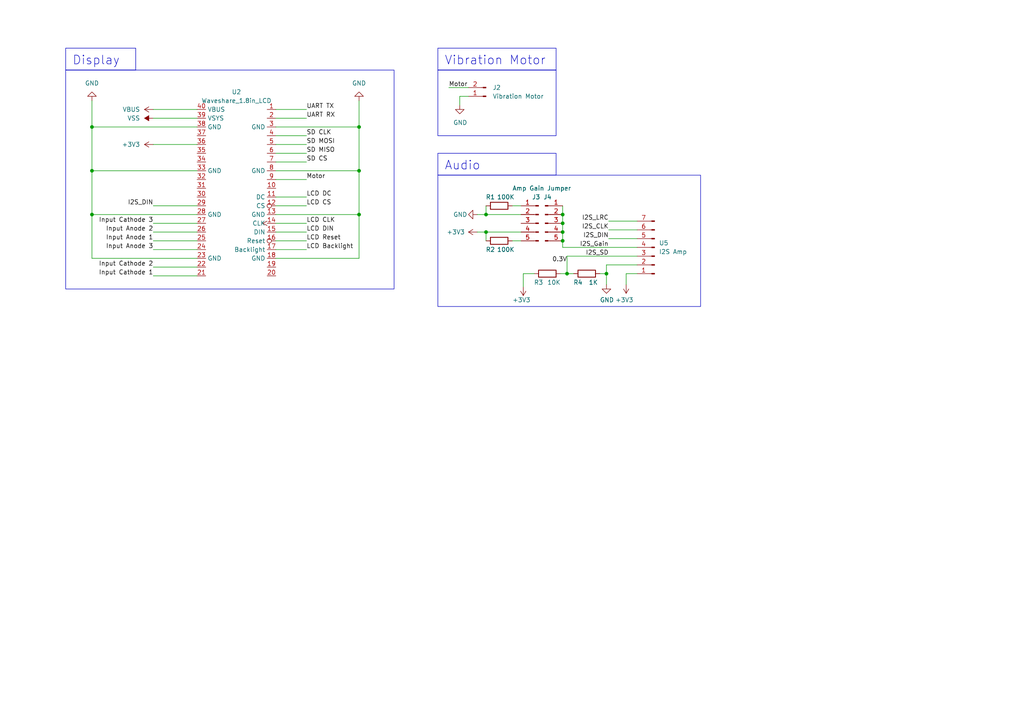
<source format=kicad_sch>
(kicad_sch (version 20230121) (generator eeschema)
  (paper "A4")
  (lib_symbols
    (symbol "Connector:Conn_01x02_Male" (pin_names (offset 1.016) hide)
      (property "Reference" "J" (at 0 2.54 0))
      (property "Value" "Conn_01x02_Male" (at 0 -5.08 0))
      (symbol "Conn_01x02_Male_1_1"
        (polyline (pts (xy 1.27 -2.54) (xy 0.8636 -2.54)) (stroke (width 0.1524)))
        (polyline (pts (xy 1.27 0) (xy 0.8636 0)) (stroke (width 0.1524)))
        (rectangle (start 0.8636 -2.413) (end 0 -2.667) (stroke (width 0.1524)) (fill (type outline)))
        (rectangle (start 0.8636 0.127) (end 0 -0.127) (stroke (width 0.1524)) (fill (type outline)))
        (pin passive line (at 5.08 0 180) (length 3.81) (name "Pin_1") (number "1"))
        (pin passive line (at 5.08 -2.54 180) (length 3.81) (name "Pin_2") (number "2"))
      )
    )
    (symbol "Connector:Conn_01x05_Male" (pin_names (offset 1.016) hide)
      (property "Reference" "J" (at 0 7.62 0))
      (property "Value" "Conn_01x05_Male" (at 0 -7.62 0))
      (symbol "Conn_01x05_Male_1_1"
        (polyline (pts (xy 1.27 -5.08) (xy 0.8636 -5.08)) (stroke (width 0.1524)))
        (polyline (pts (xy 1.27 -2.54) (xy 0.8636 -2.54)) (stroke (width 0.1524)))
        (polyline (pts (xy 1.27 0) (xy 0.8636 0)) (stroke (width 0.1524)))
        (polyline (pts (xy 1.27 2.54) (xy 0.8636 2.54)) (stroke (width 0.1524)))
        (polyline (pts (xy 1.27 5.08) (xy 0.8636 5.08)) (stroke (width 0.1524)))
        (rectangle (start 0.8636 -4.953) (end 0 -5.207) (stroke (width 0.1524)) (fill (type outline)))
        (rectangle (start 0.8636 -2.413) (end 0 -2.667) (stroke (width 0.1524)) (fill (type outline)))
        (rectangle (start 0.8636 0.127) (end 0 -0.127) (stroke (width 0.1524)) (fill (type outline)))
        (rectangle (start 0.8636 2.667) (end 0 2.413) (stroke (width 0.1524)) (fill (type outline)))
        (rectangle (start 0.8636 5.207) (end 0 4.953) (stroke (width 0.1524)) (fill (type outline)))
        (pin passive line (at 5.08 5.08 180) (length 3.81) (name "Pin_1") (number "1"))
        (pin passive line (at 5.08 2.54 180) (length 3.81) (name "Pin_2") (number "2"))
        (pin passive line (at 5.08 0 180) (length 3.81) (name "Pin_3") (number "3"))
        (pin passive line (at 5.08 -2.54 180) (length 3.81) (name "Pin_4") (number "4"))
        (pin passive line (at 5.08 -5.08 180) (length 3.81) (name "Pin_5") (number "5"))
      )
    )
    (symbol "Connector:Conn_01x07_Male" (pin_names (offset 1.016) hide)
      (property "Reference" "J" (at 0 10.16 0))
      (property "Value" "Conn_01x07_Male" (at 0 -10.16 0))
      (symbol "Conn_01x07_Male_1_1"
        (polyline (pts (xy 1.27 -7.62) (xy 0.8636 -7.62)) (stroke (width 0.1524)))
        (polyline (pts (xy 1.27 -5.08) (xy 0.8636 -5.08)) (stroke (width 0.1524)))
        (polyline (pts (xy 1.27 -2.54) (xy 0.8636 -2.54)) (stroke (width 0.1524)))
        (polyline (pts (xy 1.27 0) (xy 0.8636 0)) (stroke (width 0.1524)))
        (polyline (pts (xy 1.27 2.54) (xy 0.8636 2.54)) (stroke (width 0.1524)))
        (polyline (pts (xy 1.27 5.08) (xy 0.8636 5.08)) (stroke (width 0.1524)))
        (polyline (pts (xy 1.27 7.62) (xy 0.8636 7.62)) (stroke (width 0.1524)))
        (rectangle (start 0.8636 -7.493) (end 0 -7.747) (stroke (width 0.1524)) (fill (type outline)))
        (rectangle (start 0.8636 -4.953) (end 0 -5.207) (stroke (width 0.1524)) (fill (type outline)))
        (rectangle (start 0.8636 -2.413) (end 0 -2.667) (stroke (width 0.1524)) (fill (type outline)))
        (rectangle (start 0.8636 0.127) (end 0 -0.127) (stroke (width 0.1524)) (fill (type outline)))
        (rectangle (start 0.8636 2.667) (end 0 2.413) (stroke (width 0.1524)) (fill (type outline)))
        (rectangle (start 0.8636 5.207) (end 0 4.953) (stroke (width 0.1524)) (fill (type outline)))
        (rectangle (start 0.8636 7.747) (end 0 7.493) (stroke (width 0.1524)) (fill (type outline)))
        (pin passive line (at 5.08 7.62 180) (length 3.81) (name "Pin_1") (number "1"))
        (pin passive line (at 5.08 5.08 180) (length 3.81) (name "Pin_2") (number "2"))
        (pin passive line (at 5.08 2.54 180) (length 3.81) (name "Pin_3") (number "3"))
        (pin passive line (at 5.08 0 180) (length 3.81) (name "Pin_4") (number "4"))
        (pin passive line (at 5.08 -2.54 180) (length 3.81) (name "Pin_5") (number "5"))
        (pin passive line (at 5.08 -5.08 180) (length 3.81) (name "Pin_6") (number "6"))
        (pin passive line (at 5.08 -7.62 180) (length 3.81) (name "Pin_7") (number "7"))
      )
    )
    (symbol "Device:R" (pin_numbers hide) (pin_names (offset 0))
      (property "Reference" "R" (at 2.032 0 90))
      (property "Value" "R" (at 0 0 90))
      (symbol "R_0_1"
        (rectangle (start -1.016 -2.54) (end 1.016 2.54) (stroke (width 0.254)))
      )
      (symbol "R_1_1"
        (pin passive line (at 0 3.81 270) (length 1.27) (name "~") (number "1"))
        (pin passive line (at 0 -3.81 90) (length 1.27) (name "~") (number "2"))
      )
    )
    (symbol "PICOnsole:Waveshare_1.8in_LCD"
      (property "Reference" "U2" (at 0 16.51 0))
      (property "Value" "Waveshare_1.8in_LCD" (at 0 13.97 0))
      (symbol "Waveshare_1.8in_LCD_0_0"
        (pin free line (at -11.43 11.43 0) (length 2.54) (name "") (number "1"))
        (pin free line (at -11.43 -11.43 0) (length 2.54) (name "") (number "10"))
        (pin input line (at -11.43 -13.97 0) (length 2.54) (name "DC") (number "11"))
        (pin input inverted (at -11.43 -16.51 0) (length 2.54) (name "CS") (number "12"))
        (pin power_in line (at -11.43 -19.05 0) (length 2.54) (name "GND") (number "13"))
        (pin input clock (at -11.43 -21.59 0) (length 2.54) (name "CLK") (number "14"))
        (pin input line (at -11.43 -24.13 0) (length 2.54) (name "DIN") (number "15"))
        (pin input inverted (at -11.43 -26.67 0) (length 2.54) (name "Reset") (number "16"))
        (pin input line (at -11.43 -29.21 0) (length 2.54) (name "Backlight") (number "17"))
        (pin power_in line (at -11.43 -31.75 0) (length 2.54) (name "GND") (number "18"))
        (pin free line (at -11.43 -34.29 0) (length 2.54) (name "") (number "19"))
        (pin free line (at -11.43 8.89 0) (length 2.54) (name "") (number "2"))
        (pin free line (at -11.43 -36.83 0) (length 2.54) (name "") (number "20"))
        (pin free line (at 11.43 -36.83 180) (length 2.54) (name "") (number "21"))
        (pin free line (at 11.43 -34.29 180) (length 2.54) (name "") (number "22"))
        (pin power_in line (at 11.43 -31.75 180) (length 2.54) (name "GND") (number "23"))
        (pin free line (at 11.43 -29.21 180) (length 2.54) (name "") (number "24"))
        (pin free line (at 11.43 -26.67 180) (length 2.54) (name "") (number "25"))
        (pin free line (at 11.43 -24.13 180) (length 2.54) (name "") (number "26"))
        (pin free line (at 11.43 -21.59 180) (length 2.54) (name "") (number "27"))
        (pin power_in line (at 11.43 -19.05 180) (length 2.54) (name "GND") (number "28"))
        (pin free line (at 11.43 -16.51 180) (length 2.54) (name "") (number "29"))
        (pin power_in line (at -11.43 6.35 0) (length 2.54) (name "GND") (number "3"))
        (pin free line (at 11.43 -13.97 180) (length 2.54) (name "") (number "30"))
        (pin free line (at 11.43 -11.43 180) (length 2.54) (name "") (number "31"))
        (pin free line (at 11.43 -8.89 180) (length 2.54) (name "") (number "32"))
        (pin power_in line (at 11.43 -6.35 180) (length 2.54) (name "GND") (number "33"))
        (pin free line (at 11.43 -3.81 180) (length 2.54) (name "") (number "34"))
        (pin free line (at 11.43 -1.27 180) (length 2.54) (name "") (number "35"))
        (pin free line (at 11.43 1.27 180) (length 2.54) (name "") (number "36"))
        (pin free line (at 11.43 3.81 180) (length 2.54) (name "") (number "37"))
        (pin power_in line (at 11.43 6.35 180) (length 2.54) (name "GND") (number "38"))
        (pin power_in line (at 11.43 8.89 180) (length 2.54) (name "VSYS") (number "39"))
        (pin free line (at -11.43 3.81 0) (length 2.54) (name "") (number "4"))
        (pin power_in line (at 11.43 11.43 180) (length 2.54) (name "VBUS") (number "40"))
        (pin free line (at -11.43 1.27 0) (length 2.54) (name "") (number "5"))
        (pin free line (at -11.43 -1.27 0) (length 2.54) (name "") (number "6"))
        (pin free line (at -11.43 -3.81 0) (length 2.54) (name "") (number "7"))
        (pin power_in line (at -11.43 -6.35 0) (length 2.54) (name "GND") (number "8"))
        (pin free line (at -11.43 -8.89 0) (length 2.54) (name "") (number "9"))
      )
    )
    (symbol "power:+3.3V" (power) (pin_names (offset 0))
      (property "Value" "+3.3V" (at 0 3.556 0))
      (symbol "+3.3V_0_1"
        (polyline (pts (xy -0.762 1.27) (xy 0 2.54)))
        (polyline (pts (xy 0 0) (xy 0 2.54)))
        (polyline (pts (xy 0 2.54) (xy 0.762 1.27)))
      )
      (symbol "+3.3V_1_1"
        (pin power_in line (at 0 0 90) (length 0) hide (name "+3V3") (number "1"))
      )
    )
    (symbol "power:GND" (power) (pin_names (offset 0))
      (property "Value" "GND" (at 0 -3.81 0))
      (symbol "GND_0_1"
        (polyline (pts (xy 0 0) (xy 0 -1.27) (xy 1.27 -1.27) (xy 0 -2.54) (xy -1.27 -1.27) (xy 0 -1.27)))
      )
      (symbol "GND_1_1"
        (pin power_in line (at 0 0 270) (length 0) hide (name "GND") (number "1"))
      )
    )
    (symbol "power:VBUS" (power) (pin_names (offset 0))
      (property "Value" "VBUS" (at 0 3.81 0))
      (symbol "VBUS_0_1"
        (polyline (pts (xy -0.762 1.27) (xy 0 2.54)))
        (polyline (pts (xy 0 0) (xy 0 2.54)))
        (polyline (pts (xy 0 2.54) (xy 0.762 1.27)))
      )
      (symbol "VBUS_1_1"
        (pin power_in line (at 0 0 90) (length 0) hide (name "VBUS") (number "1"))
      )
    )
    (symbol "power:VSS" (power) (pin_names (offset 0))
      (property "Value" "VSS" (at 0 3.81 0))
      (symbol "VSS_0_1"
        (polyline (pts (xy 0 0) (xy 0 2.54)))
        (polyline (pts (xy 0.762 1.27) (xy -0.762 1.27) (xy 0 2.54) (xy 0.762 1.27)) (fill (type outline)))
      )
      (symbol "VSS_1_1"
        (pin power_in line (at 0 0 90) (length 0) hide (name "VSS") (number "1"))
      )
    )
  )
  (junction (at 175.895 79.375))
  (junction (at 163.195 69.85))
  (junction (at 26.67 36.83))
  (junction (at 104.14 36.83))
  (junction (at 104.14 62.23))
  (junction (at 163.195 62.23))
  (junction (at 164.465 79.375))
  (junction (at 163.195 64.77))
  (junction (at 140.97 62.23))
  (junction (at 163.195 67.31))
  (junction (at 104.14 49.53))
  (junction (at 26.67 49.53))
  (junction (at 26.67 62.23))
  (junction (at 140.97 67.31))
  (wire (pts (xy 104.14 36.83) (xy 104.14 49.53)))
  (wire (pts (xy 104.14 74.93) (xy 80.01 74.93)))
  (wire (pts (xy 140.97 62.23) (xy 151.13 62.23)))
  (wire (pts (xy 176.53 69.215) (xy 184.785 69.215)))
  (wire (pts (xy 162.56 79.375) (xy 164.465 79.375)))
  (wire (pts (xy 164.465 74.295) (xy 184.785 74.295)))
  (wire (pts (xy 44.45 41.91) (xy 57.15 41.91)))
  (wire (pts (xy 80.01 64.77) (xy 88.9 64.77)))
  (wire (pts (xy 26.67 62.23) (xy 26.67 74.93)))
  (wire (pts (xy 163.195 62.23) (xy 163.195 64.77)))
  (wire (pts (xy 104.14 62.23) (xy 80.01 62.23)))
  (wire (pts (xy 151.765 79.375) (xy 154.94 79.375)))
  (wire (pts (xy 44.45 31.75) (xy 57.15 31.75)))
  (wire (pts (xy 26.67 49.53) (xy 57.15 49.53)))
  (wire (pts (xy 80.01 41.91) (xy 88.9 41.91)))
  (wire (pts (xy 164.465 79.375) (xy 164.465 74.295)))
  (wire (pts (xy 176.53 64.135) (xy 184.785 64.135)))
  (wire (pts (xy 80.01 46.99) (xy 88.9 46.99)))
  (wire (pts (xy 80.01 36.83) (xy 104.14 36.83)))
  (wire (pts (xy 140.97 67.31) (xy 151.13 67.31)))
  (wire (pts (xy 135.89 27.94) (xy 133.35 27.94)))
  (wire (pts (xy 181.61 82.55) (xy 181.61 79.375)))
  (wire (pts (xy 140.97 59.69) (xy 140.97 62.23)))
  (wire (pts (xy 80.01 31.75) (xy 88.9 31.75)))
  (wire (pts (xy 44.45 69.85) (xy 57.15 69.85)))
  (wire (pts (xy 163.195 69.85) (xy 163.195 71.755)))
  (wire (pts (xy 44.45 64.77) (xy 57.15 64.77)))
  (wire (pts (xy 163.195 71.755) (xy 184.785 71.755)))
  (wire (pts (xy 140.97 67.31) (xy 140.97 69.85)))
  (wire (pts (xy 163.195 59.69) (xy 163.195 62.23)))
  (wire (pts (xy 173.99 79.375) (xy 175.895 79.375)))
  (wire (pts (xy 104.14 29.21) (xy 104.14 36.83)))
  (wire (pts (xy 104.14 62.23) (xy 104.14 74.93)))
  (wire (pts (xy 151.765 79.375) (xy 151.765 83.185)))
  (wire (pts (xy 148.59 59.69) (xy 151.13 59.69)))
  (wire (pts (xy 26.67 29.21) (xy 26.67 36.83)))
  (wire (pts (xy 26.67 36.83) (xy 57.15 36.83)))
  (wire (pts (xy 181.61 79.375) (xy 184.785 79.375)))
  (wire (pts (xy 175.895 76.835) (xy 175.895 79.375)))
  (wire (pts (xy 26.67 62.23) (xy 57.15 62.23)))
  (wire (pts (xy 164.465 79.375) (xy 166.37 79.375)))
  (wire (pts (xy 44.45 67.31) (xy 57.15 67.31)))
  (wire (pts (xy 44.45 34.29) (xy 57.15 34.29)))
  (wire (pts (xy 26.67 49.53) (xy 26.67 62.23)))
  (wire (pts (xy 44.45 72.39) (xy 57.15 72.39)))
  (wire (pts (xy 44.45 77.47) (xy 57.15 77.47)))
  (wire (pts (xy 80.01 34.29) (xy 88.9 34.29)))
  (wire (pts (xy 80.01 59.69) (xy 88.9 59.69)))
  (wire (pts (xy 140.97 62.23) (xy 138.43 62.23)))
  (wire (pts (xy 80.01 72.39) (xy 88.9 72.39)))
  (wire (pts (xy 26.67 36.83) (xy 26.67 49.53)))
  (wire (pts (xy 176.53 66.675) (xy 184.785 66.675)))
  (wire (pts (xy 80.01 52.07) (xy 88.9 52.07)))
  (wire (pts (xy 44.45 80.01) (xy 57.15 80.01)))
  (wire (pts (xy 26.67 74.93) (xy 57.15 74.93)))
  (wire (pts (xy 44.45 59.69) (xy 57.15 59.69)))
  (wire (pts (xy 130.175 25.4) (xy 135.89 25.4)))
  (wire (pts (xy 133.35 27.94) (xy 133.35 30.48)))
  (wire (pts (xy 80.01 69.85) (xy 88.9 69.85)))
  (wire (pts (xy 80.01 57.15) (xy 88.9 57.15)))
  (wire (pts (xy 163.195 64.77) (xy 163.195 67.31)))
  (wire (pts (xy 80.01 39.37) (xy 88.9 39.37)))
  (wire (pts (xy 163.195 67.31) (xy 163.195 69.85)))
  (wire (pts (xy 80.01 49.53) (xy 104.14 49.53)))
  (wire (pts (xy 148.59 69.85) (xy 151.13 69.85)))
  (wire (pts (xy 80.01 67.31) (xy 88.9 67.31)))
  (wire (pts (xy 104.14 49.53) (xy 104.14 62.23)))
  (wire (pts (xy 175.895 79.375) (xy 175.895 82.55)))
  (wire (pts (xy 138.43 67.31) (xy 140.97 67.31)))
  (wire (pts (xy 184.785 76.835) (xy 175.895 76.835)))
  (wire (pts (xy 80.01 44.45) (xy 88.9 44.45)))
  (rectangle (start 19.05 20.32) (end 114.3 83.82))
  (rectangle (start 127 20.32) (end 161.29 39.37))
  (rectangle (start 127 50.8) (end 203.2 88.9))
  (text_box "Audio" (at 127 44.45 0) (size 34.29 6.35) (effects (font (size 2.54 2.54)) (justify left top)))
  (text_box "Display" (at 19.05 13.97 0) (size 20.32 6.35) (effects (font (size 2.54 2.54)) (justify left top)))
  (text_box "Vibration Motor" (at 127 13.97 0) (size 34.29 6.35) (effects (font (size 2.54 2.54)) (justify left top)))
  (label "Motor" (at 130.175 25.4 0))
  (label "SD CS" (at 88.9 46.99 0))
  (label "LCD DIN" (at 88.9 67.31 0))
  (label "UART TX" (at 88.9 31.75 0))
  (label "UART RX" (at 88.9 34.29 0))
  (label "Input Anode 2" (at 44.45 67.31 180))
  (label "LCD DC" (at 88.9 57.15 0))
  (label "Motor" (at 88.9 52.07 0))
  (label "I2S_Gain" (at 176.53 71.755 180))
  (label "I2S_DIN" (at 44.45 59.69 180))
  (label "SD MOSI" (at 88.9 41.91 0))
  (label "LCD CS" (at 88.9 59.69 0))
  (label "I2S_LRC" (at 176.53 64.135 180))
  (label "LCD Reset" (at 88.9 69.85 0))
  (label "Input Cathode 2" (at 44.45 77.47 180))
  (label "Input Anode 3" (at 44.45 72.39 180))
  (label "I2S_DIN" (at 176.53 69.215 180))
  (label "Input Cathode 3" (at 44.45 64.77 180))
  (label "I2S_SD" (at 176.53 74.295 180))
  (label "SD MISO" (at 88.9 44.45 0))
  (label "I2S_CLK" (at 176.53 66.675 180))
  (label "0.3V" (at 164.465 76.2 180))
  (label "LCD Backlight" (at 88.9 72.39 0))
  (label "SD CLK" (at 88.9 39.37 0))
  (label "Input Cathode 1" (at 44.45 80.01 180))
  (label "LCD CLK" (at 88.9 64.77 0))
  (label "Input Anode 1" (at 44.45 69.85 180))
  (symbol (lib_id "power:+3.3V") (at 181.61 82.55 180) (unit 1)
    (property "Reference" "#PWR0122" (effects hide))
    (property "Value" "+3.3V" (at 178.435 86.995 0) (effects (justify right)))
    (instances (project "PICOnsole" (path "" (reference "#PWR0122") (unit 1)) (path "" (reference "#PWR013") (unit 1))))
  )
  (symbol (lib_id "power:GND") (at 138.43 62.23 270) (unit 1)
    (property "Reference" "#PWR0112" (effects hide))
    (property "Value" "GND" (at 131.445 62.23 90) (effects (justify left)))
    (instances (project "PICOnsole" (path "" (reference "#PWR0112") (unit 1)) (path "" (reference "#PWR09") (unit 1))))
  )
  (symbol (lib_id "power:GND") (at 26.67 29.21 180) (unit 1)
    (property "Reference" "#PWR0102" (effects hide))
    (property "Value" "GND" (at 26.67 24.13 0))
    (instances (project "PICOnsole" (path "" (reference "#PWR0102") (unit 1)) (path "" (reference "#PWR07") (unit 1))))
  )
  (symbol (lib_id "Device:R") (at 158.75 79.375 270) (unit 1)
    (property "Reference" "R3" (at 156.21 81.915 90))
    (property "Value" "10K" (at 160.655 81.915 90))
    (property "Footprint" "Resistor_SMD:R_0805_2012Metric_Pad1.20x1.40mm_HandSolder" (effects hide))
    (instances (project "PICOnsole" (path "" (reference "R3") (unit 1)) (path "" (reference "R7") (unit 1))))
  )
  (symbol (lib_id "power:GND") (at 104.14 29.21 180) (unit 1)
    (property "Reference" "#PWR0104" (effects hide))
    (property "Value" "GND" (at 104.14 24.13 0))
    (instances (project "PICOnsole" (path "" (reference "#PWR0104") (unit 1)) (path "" (reference "#PWR08") (unit 1))))
  )
  (symbol (lib_id "Connector:Conn_01x07_Male") (at 189.865 71.755 180) (unit 1)
    (property "Reference" "U5" (at 191.135 70.4849 0) (effects (justify right)))
    (property "Value" "I2S Amp" (at 191.135 73.0249 0) (effects (justify right)))
    (property "Footprint" "Connector_PinHeader_2.54mm:PinHeader_1x07_P2.54mm_Vertical" (effects hide))
    (instances (project "PICOnsole" (path "" (reference "U5") (unit 1)) (path "" (reference "U7") (unit 1))))
  )
  (symbol (lib_id "Connector:Conn_01x02_Male") (at 140.97 27.94 180) (unit 1)
    (property "Reference" "J2" (at 142.875 25.3999 0) (effects (justify right)))
    (property "Value" "Vibration Motor" (at 142.875 27.9399 0) (effects (justify right)))
    (property "Footprint" "Connector_PinHeader_2.54mm:PinHeader_1x02_P2.54mm_Vertical" (effects hide))
    (instances (project "PICOnsole" (path "" (reference "J2") (unit 1)) (path "" (reference "J7") (unit 1))))
  )
  (symbol (lib_id "power:VBUS") (at 44.45 31.75 90) (mirror x) (unit 1)
    (property "Reference" "#PWR0103" (effects hide))
    (property "Value" "VBUS" (at 40.64 31.7499 90) (effects (justify left)))
    (instances (project "PICOnsole" (path "" (reference "#PWR0103") (unit 1)) (path "" (reference "#PWR04") (unit 1))))
  )
  (symbol (lib_id "Device:R") (at 170.18 79.375 270) (unit 1)
    (property "Reference" "R4" (at 167.64 81.915 90))
    (property "Value" "1K" (at 172.085 81.915 90))
    (property "Footprint" "Resistor_SMD:R_0805_2012Metric_Pad1.20x1.40mm_HandSolder" (effects hide))
    (instances (project "PICOnsole" (path "" (reference "R4") (unit 1)) (path "" (reference "R8") (unit 1))))
  )
  (symbol (lib_id "power:+3.3V") (at 151.765 83.185 180) (unit 1)
    (property "Reference" "#PWR0116" (effects hide))
    (property "Value" "+3.3V" (at 148.59 86.995 0) (effects (justify right)))
    (instances (project "PICOnsole" (path "" (reference "#PWR0116") (unit 1)) (path "" (reference "#PWR011") (unit 1))))
  )
  (symbol (lib_id "power:GND") (at 175.895 82.55 0) (unit 1)
    (property "Reference" "#PWR0121" (effects hide))
    (property "Value" "GND" (at 173.99 86.995 0) (effects (justify left)))
    (instances (project "PICOnsole" (path "" (reference "#PWR0121") (unit 1)) (path "" (reference "#PWR012") (unit 1))))
  )
  (symbol (lib_id "Device:R") (at 144.78 59.69 270) (unit 1)
    (property "Reference" "R1" (at 142.24 57.15 90))
    (property "Value" "100K" (at 146.685 57.15 90))
    (property "Footprint" "Resistor_SMD:R_0805_2012Metric_Pad1.20x1.40mm_HandSolder" (effects hide))
    (instances (project "PICOnsole" (path "" (reference "R1") (unit 1)) (path "" (reference "R5") (unit 1))))
  )
  (symbol (lib_id "PICOnsole:Waveshare_1.8in_LCD") (at 68.58 43.18 0) (mirror y) (unit 1)
    (property "Reference" "U2" (at 68.58 26.67 0))
    (property "Value" "Waveshare_1.8in_LCD" (at 68.58 29.21 0))
    (property "Footprint" "PICOnsole:Waveshare_1.8in_LCD" (effects hide))
    (instances (project "PICOnsole" (path "" (reference "U2") (unit 1)) (path "" (reference "U4") (unit 1))))
  )
  (symbol (lib_id "power:+3.3V") (at 138.43 67.31 90) (unit 1)
    (property "Reference" "#PWR0115" (effects hide))
    (property "Value" "+3.3V" (at 129.54 67.31 90) (effects (justify right)))
    (instances (project "PICOnsole" (path "" (reference "#PWR0115") (unit 1)) (path "" (reference "#PWR010") (unit 1))))
  )
  (symbol (lib_id "power:+3.3V") (at 44.45 41.91 90) (mirror x) (unit 1)
    (property "Reference" "#PWR0123" (effects hide))
    (property "Value" "+3.3V" (at 40.64 41.9099 90) (effects (justify left)))
    (instances (project "PICOnsole" (path "" (reference "#PWR0123") (unit 1)) (path "" (reference "#PWR06") (unit 1))))
  )
  (symbol (lib_id "Connector:Conn_01x05_Male") (at 158.115 64.77 0) (unit 1)
    (property "Reference" "J4" (at 160.02 57.15 0) (effects (justify right)))
    (property "Value" "Amp Gain Jumper2" (effects hide))
    (property "Footprint" "Connector_PinHeader_2.54mm:PinHeader_1x05_P2.54mm_Vertical" (effects hide))
    (instances (project "PICOnsole" (path "" (reference "J4") (unit 1)) (path "" (reference "J6") (unit 1))))
  )
  (symbol (lib_id "power:VSS") (at 44.45 34.29 90) (unit 1)
    (property "Reference" "#PWR0101" (effects hide))
    (property "Value" "VSS" (at 40.64 34.29 90) (effects (justify left)))
    (instances (project "PICOnsole" (path "" (reference "#PWR0101") (unit 1)) (path "" (reference "#PWR05") (unit 1))))
  )
  (symbol (lib_id "power:GND") (at 133.35 30.48 0) (unit 1)
    (property "Reference" "#PWR0119" (effects hide))
    (property "Value" "GND" (at 131.445 35.56 0) (effects (justify left)))
    (instances (project "PICOnsole" (path "" (reference "#PWR0119") (unit 1)) (path "" (reference "#PWR014") (unit 1))))
  )
  (symbol (lib_id "Device:R") (at 144.78 69.85 270) (unit 1)
    (property "Reference" "R2" (at 142.24 72.39 90))
    (property "Value" "100K" (at 146.685 72.39 90))
    (property "Footprint" "Resistor_SMD:R_0805_2012Metric_Pad1.20x1.40mm_HandSolder" (effects hide))
    (instances (project "PICOnsole" (path "" (reference "R2") (unit 1)) (path "" (reference "R6") (unit 1))))
  )
  (symbol (lib_id "Connector:Conn_01x05_Male") (at 156.21 64.77 0) (mirror y) (unit 1)
    (property "Reference" "J3" (at 154.305 57.15 0) (effects (justify right)))
    (property "Value" "Amp Gain Jumper" (at 148.59 54.61 0) (effects (justify right)))
    (property "Footprint" "Connector_PinHeader_2.54mm:PinHeader_1x05_P2.54mm_Vertical" (effects hide))
    (instances (project "PICOnsole" (path "" (reference "J3") (unit 1)) (path "" (reference "J5") (unit 1))))
  )
)
</source>
